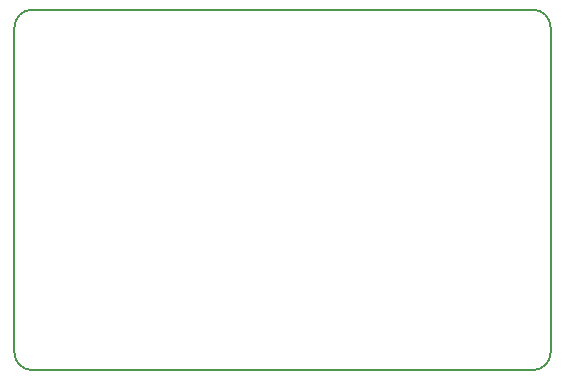
<source format=gm1>
G04*
G04 #@! TF.GenerationSoftware,Altium Limited,Altium Designer,21.5.1 (32)*
G04*
G04 Layer_Color=16711935*
%FSLAX44Y44*%
%MOMM*%
G71*
G04*
G04 #@! TF.SameCoordinates,DE706C4F-A6C2-482A-8352-4916370A565D*
G04*
G04*
G04 #@! TF.FilePolarity,Positive*
G04*
G01*
G75*
%ADD10C,0.1500*%
D10*
X-33Y15000D02*
G03*
X15000Y-33I15033J0D01*
G01*
Y305033D02*
G03*
X-33Y290000I0J-15033D01*
G01*
X454033D02*
G03*
X439000Y305033I-15033J0D01*
G01*
Y-33D02*
G03*
X454033Y15000I0J15033D01*
G01*
X0D02*
Y290000D01*
X15000Y0D02*
X439000D01*
X15000Y305000D02*
X439000D01*
X454000Y15000D02*
Y290000D01*
M02*

</source>
